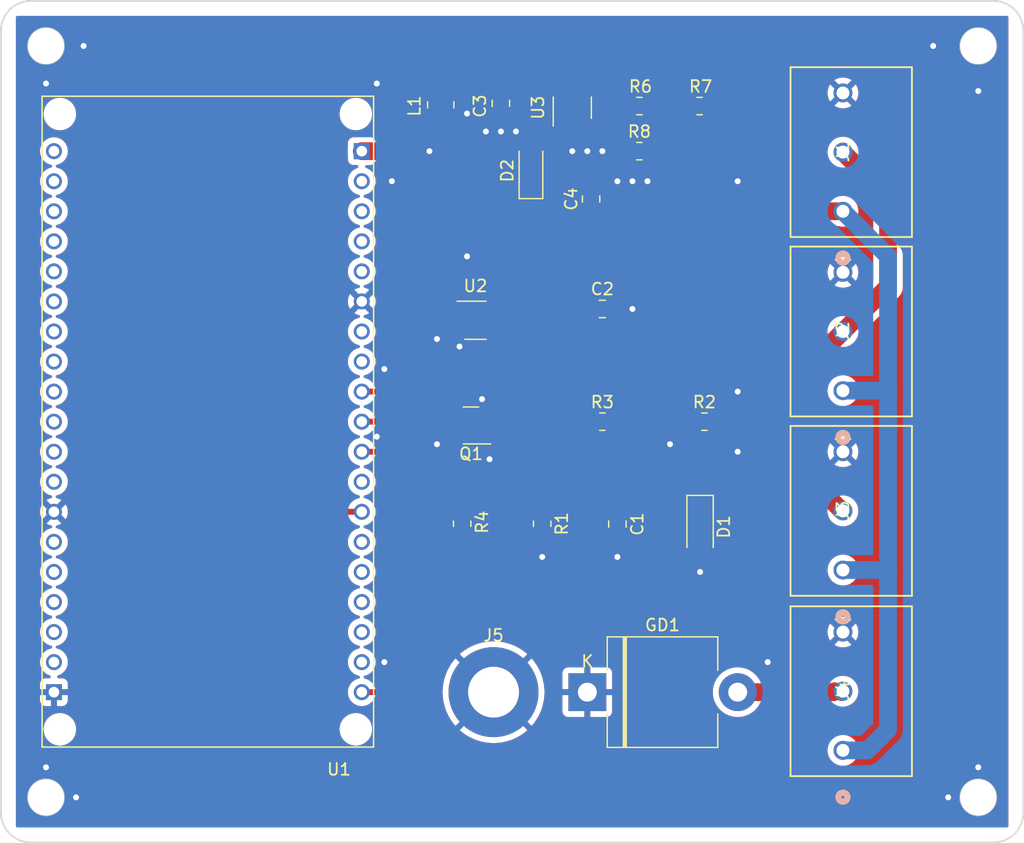
<source format=kicad_pcb>
(kicad_pcb (version 20221018) (generator pcbnew)
  (layers (0 "F.Cu" signal) (31 "B.Cu" signal) (34 "B.Paste" user) (35 "F.Paste" user) (36 "B.SilkS" user "B.Silkscreen") (37 "F.SilkS" user "F.Silkscreen") (38 "B.Mask" user) (39 "F.Mask" user) (44 "Edge.Cuts" user))
  (net 0 "")
  (net 1 "Net-(D1-K)")
  (net 2 "+5V")
  (net 3 "+12V")
  (net 4 "Net-(Q1-G)")
  (net 5 "RXD")
  (net 6 "+3V3")
  (net 7 "Sender Enabled")
  (net 8 "TXD")
  (net 33 "GND")
  (net 39 "Net-(D2-A)")
  (net 40 "SDI12_Bus")
  (net 41 "Net-(R6-Pad1)")
  (net 42 "Net-(U3-V_{FB})")
  (net 43 "VCC Enable")
  (footprint "Resistor_SMD:R_0805_2012Metric_Pad1.20x1.40mm_HandSolder" (layer "F.Cu") (at 93.98 76.2)
    (fp_text reference "R3" (at 0 -1.65) (layer "F.SilkS"))
    (fp_text value "510R")
    (fp_line (start -0.227064 -0.735) (end 0.227064 -0.735) (stroke (width 0.12)) (layer "F.SilkS"))
    (fp_line (start -0.227064 0.735) (end 0.227064 0.735) (stroke (width 0.12)) (layer "F.SilkS"))
    (pad "1" smd roundrect (at -1 0) (size 1.2 1.4) (layers "F.Cu" "F.Paste" "F.Mask") (roundrect_rratio 0.208333) (net 4 "Net-(Q1-G)"))
    (pad "2" smd roundrect (at 1 0) (size 1.2 1.4) (layers "F.Cu" "F.Paste" "F.Mask") (roundrect_rratio 0.208333) (net 1 "Net-(D1-K)"))
  )
  (footprint "Resistor_SMD:R_0805_2012Metric_Pad1.20x1.40mm_HandSolder" (layer "F.Cu") (at 97.11 49.53 180)
    (fp_text reference "R6" (at -0.09 1.65 180) (layer "F.SilkS"))
    (fp_text value "1M±1%")
    (fp_line (start -0.227064 -0.735) (end 0.227064 -0.735) (stroke (width 0.12)) (layer "F.SilkS"))
    (fp_line (start -0.227064 0.735) (end 0.227064 0.735) (stroke (width 0.12)) (layer "F.SilkS"))
    (pad "1" smd roundrect (at -1 0 180) (size 1.2 1.4) (layers "F.Cu" "F.Paste" "F.Mask") (roundrect_rratio 0.208333) (net 41 "Net-(R6-Pad1)"))
    (pad "2" smd roundrect (at 1 0 180) (size 1.2 1.4) (layers "F.Cu" "F.Paste" "F.Mask") (roundrect_rratio 0.208333) (net 42 "Net-(U3-V_{FB})"))
  )
  (footprint "Diode_THT:D_P600_R-6_P12.70mm_Horizontal" (layer "F.Cu") (at 92.71 99.06)
    (fp_text reference "GD1" (at 6.35 -5.67) (layer "F.SilkS"))
    (fp_text value "GDT_2Pin")
    (fp_text user "K" (at 0 -2.6) (layer "F.SilkS"))
    (fp_line (start 1.68 -4.67) (end 11.02 -4.67) (stroke (width 0.12)) (layer "F.SilkS"))
    (fp_line (start 1.68 -1.84) (end 1.68 -4.67) (stroke (width 0.12)) (layer "F.SilkS"))
    (fp_line (start 1.68 1.84) (end 1.68 4.67) (stroke (width 0.12)) (layer "F.SilkS"))
    (fp_line (start 1.68 4.67) (end 11.02 4.67) (stroke (width 0.12)) (layer "F.SilkS"))
    (fp_line (start 3.045 -4.67) (end 3.045 4.67) (stroke (width 0.12)) (layer "F.SilkS"))
    (fp_line (start 3.165 -4.67) (end 3.165 4.67) (stroke (width 0.12)) (layer "F.SilkS"))
    (fp_line (start 3.285 -4.67) (end 3.285 4.67) (stroke (width 0.12)) (layer "F.SilkS"))
    (fp_line (start 11.02 -4.67) (end 11.02 -1.84) (stroke (width 0.12)) (layer "F.SilkS"))
    (fp_line (start 11.02 4.67) (end 11.02 1.84) (stroke (width 0.12)) (layer "F.SilkS"))
    (pad "1" thru_hole rect (at 0 0) (size 3.2 3.2) (drill 1.6) (layers "*.Cu" "*.Mask") (net 33 "GND"))
    (pad "2" thru_hole oval (at 12.7 0) (size 3.2 3.2) (drill 1.6) (layers "*.Cu" "*.Mask") (net 40 "SDI12_Bus"))
  )
  (footprint "Fraxinas-kicad:Phoenix Contact SPTA 1 3 3,5 1752227" (layer "F.Cu") (at 114.3 58.42 90)
    (fp_text reference "J1" (at 5 0 90 unlocked) (layer "F.SilkS"))
    (fp_text value "SDI-12 A")
    (fp_circle (center -3.955 0) (end -3.574 0) (stroke (width 0.508)) (fill none) (layer "B.SilkS"))
    (fp_line (start -2.177001 -4.426999) (end -2.177001 5.827001) (stroke (width 0.1524)) (layer "F.SilkS"))
    (fp_line (start -2.177001 5.827001) (end 12.177002 5.827001) (stroke (width 0.1524)) (layer "F.SilkS"))
    (fp_line (start 12.177002 -4.426999) (end -2.177001 -4.426999) (stroke (width 0.1524)) (layer "F.SilkS"))
    (fp_line (start 12.177002 5.827001) (end 12.177002 -4.426999) (stroke (width 0.1524)) (layer "F.SilkS"))
    (fp_circle (center -3.955 0) (end -3.574 0) (stroke (width 0.508)) (fill none) (layer "F.SilkS"))
    (pad "1" thru_hole circle (at 0 0 90) (size 1.6002 1.6002) (drill 1.0922) (layers "*.Cu" "*.Mask") (net 3 "+12V"))
    (pad "2" thru_hole circle (at 5 0 90) (size 1.6002 1.6002) (drill 1.0922) (layers "*.Cu" "*.Mask") (net 40 "SDI12_Bus"))
    (pad "3" thru_hole circle (at 10 0 90) (size 1.6002 1.6002) (drill 1.0922) (layers "*.Cu" "*.Mask") (net 33 "GND"))
  )
  (footprint "Resistor_SMD:R_0805_2012Metric_Pad1.20x1.40mm_HandSolder" (layer "F.Cu") (at 88.9 84.8275 -90)
    (fp_text reference "R1" (at 0 -1.65 90) (layer "F.SilkS"))
    (fp_text value "200K")
    (fp_line (start -0.227064 -0.735) (end 0.227064 -0.735) (stroke (width 0.12)) (layer "F.SilkS"))
    (fp_line (start -0.227064 0.735) (end 0.227064 0.735) (stroke (width 0.12)) (layer "F.SilkS"))
    (pad "1" smd roundrect (at -1 0 270) (size 1.2 1.4) (layers "F.Cu" "F.Paste" "F.Mask") (roundrect_rratio 0.208333) (net 1 "Net-(D1-K)"))
    (pad "2" smd roundrect (at 1 0 270) (size 1.2 1.4) (layers "F.Cu" "F.Paste" "F.Mask") (roundrect_rratio 0.208333) (net 33 "GND"))
  )
  (footprint "Fraxinas-kicad:Phoenix Contact SPTA 1 3 3,5 1752227" (layer "F.Cu") (at 114.3 103.98 90)
    (fp_text reference "J4" (at 5 0 90 unlocked) (layer "F.SilkS"))
    (fp_text value "SDI-12 D")
    (fp_circle (center -3.955 0) (end -3.574 0) (stroke (width 0.508)) (fill none) (layer "B.SilkS"))
    (fp_line (start -2.177001 -4.426999) (end -2.177001 5.827001) (stroke (width 0.1524)) (layer "F.SilkS"))
    (fp_line (start -2.177001 5.827001) (end 12.177002 5.827001) (stroke (width 0.1524)) (layer "F.SilkS"))
    (fp_line (start 12.177002 -4.426999) (end -2.177001 -4.426999) (stroke (width 0.1524)) (layer "F.SilkS"))
    (fp_line (start 12.177002 5.827001) (end 12.177002 -4.426999) (stroke (width 0.1524)) (layer "F.SilkS"))
    (fp_circle (center -3.955 0) (end -3.574 0) (stroke (width 0.508)) (fill none) (layer "F.SilkS"))
    (pad "1" thru_hole circle (at 0 0 90) (size 1.6002 1.6002) (drill 1.0922) (layers "*.Cu" "*.Mask") (net 3 "+12V"))
    (pad "2" thru_hole circle (at 5 0 90) (size 1.6002 1.6002) (drill 1.0922) (layers "*.Cu" "*.Mask") (net 40 "SDI12_Bus"))
    (pad "3" thru_hole circle (at 10 0 90) (size 1.6002 1.6002) (drill 1.0922) (layers "*.Cu" "*.Mask") (net 33 "GND"))
  )
  (footprint "Resistor_SMD:R_0805_2012Metric_Pad1.20x1.40mm_HandSolder" (layer "F.Cu") (at 102.6 76.2)
    (fp_text reference "R2" (at 0 -1.65) (layer "F.SilkS"))
    (fp_text value "510R")
    (fp_line (start -0.227064 -0.735) (end 0.227064 -0.735) (stroke (width 0.12)) (layer "F.SilkS"))
    (fp_line (start -0.227064 0.735) (end 0.227064 0.735) (stroke (width 0.12)) (layer "F.SilkS"))
    (pad "1" smd roundrect (at -1 0) (size 1.2 1.4) (layers "F.Cu" "F.Paste" "F.Mask") (roundrect_rratio 0.208333) (net 1 "Net-(D1-K)"))
    (pad "2" smd roundrect (at 1 0) (size 1.2 1.4) (layers "F.Cu" "F.Paste" "F.Mask") (roundrect_rratio 0.208333) (net 40 "SDI12_Bus"))
  )
  (footprint "Capacitor_SMD:C_0805_2012Metric_Pad1.18x1.45mm_HandSolder" (layer "F.Cu") (at 93.98 66.675)
    (fp_text reference "C2" (at 0 -1.68) (layer "F.SilkS"))
    (fp_text value "100nF")
    (fp_line (start -0.261252 -0.735) (end 0.261252 -0.735) (stroke (width 0.12)) (layer "F.SilkS"))
    (fp_line (start -0.261252 0.735) (end 0.261252 0.735) (stroke (width 0.12)) (layer "F.SilkS"))
    (pad "1" smd roundrect (at -1.0375 0) (size 1.175 1.45) (layers "F.Cu" "F.Paste" "F.Mask") (roundrect_rratio 0.212766) (net 2 "+5V"))
    (pad "2" smd roundrect (at 1.0375 0) (size 1.175 1.45) (layers "F.Cu" "F.Paste" "F.Mask") (roundrect_rratio 0.212766) (net 33 "GND"))
  )
  (footprint "Capacitor_SMD:C_0805_2012Metric_Pad1.18x1.45mm_HandSolder" (layer "F.Cu") (at 85.41 49.2975 -90)
    (fp_text reference "C3" (at 0.2325 1.775 -90) (layer "F.SilkS"))
    (fp_text value "10µF")
    (fp_line (start -0.261252 -0.735) (end 0.261252 -0.735) (stroke (width 0.12)) (layer "F.SilkS"))
    (fp_line (start -0.261252 0.735) (end 0.261252 0.735) (stroke (width 0.12)) (layer "F.SilkS"))
    (pad "1" smd roundrect (at -1.0375 0 270) (size 1.175 1.45) (layers "F.Cu" "F.Paste" "F.Mask") (roundrect_rratio 0.212766) (net 2 "+5V"))
    (pad "2" smd roundrect (at 1.0375 0 270) (size 1.175 1.45) (layers "F.Cu" "F.Paste" "F.Mask") (roundrect_rratio 0.212766) (net 33 "GND"))
  )
  (footprint "MountingHole:MountingHole_4.3mm_M4_ISO7380_Pad_TopBottom" (layer "F.Cu") (at 84.79 99.06)
    (fp_text reference "J5" (at 0 -4.8) (layer "F.SilkS"))
    (fp_text value "Grounding")
    (pad "1" thru_hole circle (at 0 0) (size 4.7 4.7) (drill 4.3) (layers "*.Cu" "*.Mask") (net 33 "GND"))
    (pad "1" connect circle (at 0 0) (size 7.6 7.6) (layers "F.Cu" "F.Mask") (net 33 "GND"))
    (pad "1" connect circle (at 0 0) (size 7.6 7.6) (layers "B.Cu" "B.Mask") (net 33 "GND"))
  )
  (footprint "Resistor_SMD:R_0805_2012Metric_Pad1.20x1.40mm_HandSolder" (layer "F.Cu") (at 97.11 53.34)
    (fp_text reference "R8" (at 0 -1.65) (layer "F.SilkS"))
    (fp_text value "120k±1%")
    (fp_line (start -0.227064 -0.735) (end 0.227064 -0.735) (stroke (width 0.12)) (layer "F.SilkS"))
    (fp_line (start -0.227064 0.735) (end 0.227064 0.735) (stroke (width 0.12)) (layer "F.SilkS"))
    (pad "1" smd roundrect (at -1 0) (size 1.2 1.4) (layers "F.Cu" "F.Paste" "F.Mask") (roundrect_rratio 0.208333) (net 42 "Net-(U3-V_{FB})"))
    (pad "2" smd roundrect (at 1 0) (size 1.2 1.4) (layers "F.Cu" "F.Paste" "F.Mask") (roundrect_rratio 0.208333) (net 33 "GND"))
  )
  (footprint "Resistor_SMD:R_0805_2012Metric_Pad1.20x1.40mm_HandSolder" (layer "F.Cu") (at 102.19 49.53 180)
    (fp_text reference "R7" (at -0.09 1.65 180) (layer "F.SilkS"))
    (fp_text value "56k±1%")
    (fp_line (start -0.227064 -0.735) (end 0.227064 -0.735) (stroke (width 0.12)) (layer "F.SilkS"))
    (fp_line (start -0.227064 0.735) (end 0.227064 0.735) (stroke (width 0.12)) (layer "F.SilkS"))
    (pad "1" smd roundrect (at -1 0 180) (size 1.2 1.4) (layers "F.Cu" "F.Paste" "F.Mask") (roundrect_rratio 0.208333) (net 3 "+12V"))
    (pad "2" smd roundrect (at 1 0 180) (size 1.2 1.4) (layers "F.Cu" "F.Paste" "F.Mask") (roundrect_rratio 0.208333) (net 41 "Net-(R6-Pad1)"))
  )
  (footprint "Fraxinas-kicad:Phoenix Contact SPTA 1 3 3,5 1752227" (layer "F.Cu") (at 114.3 88.74 90)
    (fp_text reference "J3" (at 5 0 90 unlocked) (layer "F.SilkS"))
    (fp_text value "SDI-12 C")
    (fp_circle (center -3.955 0) (end -3.574 0) (stroke (width 0.508)) (fill none) (layer "B.SilkS"))
    (fp_line (start -2.177001 -4.426999) (end -2.177001 5.827001) (stroke (width 0.1524)) (layer "F.SilkS"))
    (fp_line (start -2.177001 5.827001) (end 12.177002 5.827001) (stroke (width 0.1524)) (layer "F.SilkS"))
    (fp_line (start 12.177002 -4.426999) (end -2.177001 -4.426999) (stroke (width 0.1524)) (layer "F.SilkS"))
    (fp_line (start 12.177002 5.827001) (end 12.177002 -4.426999) (stroke (width 0.1524)) (layer "F.SilkS"))
    (fp_circle (center -3.955 0) (end -3.574 0) (stroke (width 0.508)) (fill none) (layer "F.SilkS"))
    (pad "1" thru_hole circle (at 0 0 90) (size 1.6002 1.6002) (drill 1.0922) (layers "*.Cu" "*.Mask") (net 3 "+12V"))
    (pad "2" thru_hole circle (at 5 0 90) (size 1.6002 1.6002) (drill 1.0922) (layers "*.Cu" "*.Mask") (net 40 "SDI12_Bus"))
    (pad "3" thru_hole circle (at 10 0 90) (size 1.6002 1.6002) (drill 1.0922) (layers "*.Cu" "*.Mask") (net 33 "GND"))
  )
  (footprint "Package_TO_SOT_SMD:SOT-23-5_HandSoldering" (layer "F.Cu") (at 83.2625 67.63)
    (fp_text reference "U2" (at 0 -2.9) (layer "F.SilkS"))
    (fp_text value "74LVC1G125")
    (fp_line (start -0.9 1.61) (end 0.9 1.61) (stroke (width 0.12)) (layer "F.SilkS"))
    (fp_line (start 0.9 -1.61) (end -1.55 -1.61) (stroke (width 0.12)) (layer "F.SilkS"))
    (pad "1" smd rect (at -1.35 -0.95) (size 1.56 0.65) (layers "F.Cu" "F.Paste" "F.Mask") (net 7 "Sender Enabled"))
    (pad "2" smd rect (at -1.35 0) (size 1.56 0.65) (layers "F.Cu" "F.Paste" "F.Mask") (net 8 "TXD"))
    (pad "3" smd rect (at -1.35 0.95) (size 1.56 0.65) (layers "F.Cu" "F.Paste" "F.Mask") (net 33 "GND"))
    (pad "4" smd rect (at 1.35 0.95) (size 1.56 0.65) (layers "F.Cu" "F.Paste" "F.Mask") (net 4 "Net-(Q1-G)"))
    (pad "5" smd rect (at 1.35 -0.95) (size 1.56 0.65) (layers "F.Cu" "F.Paste" "F.Mask") (net 2 "+5V"))
  )
  (footprint "Capacitor_SMD:C_0805_2012Metric_Pad1.18x1.45mm_HandSolder" (layer "F.Cu") (at 93.03 57.3825 90)
    (fp_text reference "C4" (at 0 -1.68 90) (layer "F.SilkS"))
    (fp_text value "10µF")
    (fp_line (start -0.261252 -0.735) (end 0.261252 -0.735) (stroke (width 0.12)) (layer "F.SilkS"))
    (fp_line (start -0.261252 0.735) (end 0.261252 0.735) (stroke (width 0.12)) (layer "F.SilkS"))
    (pad "1" smd roundrect (at -1.0375 0 90) (size 1.175 1.45) (layers "F.Cu" "F.Paste" "F.Mask") (roundrect_rratio 0.212766) (net 3 "+12V"))
    (pad "2" smd roundrect (at 1.0375 0 90) (size 1.175 1.45) (layers "F.Cu" "F.Paste" "F.Mask") (roundrect_rratio 0.212766) (net 33 "GND"))
  )
  (footprint "Package_TO_SOT_SMD:SOT-23" (layer "F.Cu") (at 82.8825 76.52 180)
    (fp_text reference "Q1" (at 0 -2.4) (layer "F.SilkS"))
    (fp_text value "2N7002")
    (fp_line (start 0 -1.56) (end -1.675 -1.56) (stroke (width 0.12)) (layer "F.SilkS"))
    (fp_line (start 0 -1.56) (end 0.65 -1.56) (stroke (width 0.12)) (layer "F.SilkS"))
    (fp_line (start 0 1.56) (end -0.65 1.56) (stroke (width 0.12)) (layer "F.SilkS"))
    (fp_line (start 0 1.56) (end 0.65 1.56) (stroke (width 0.12)) (layer "F.SilkS"))
    (pad "1" smd roundrect (at -0.9375 -0.95 180) (size 1.475 0.6) (layers "F.Cu" "F.Paste" "F.Mask") (net 4 "Net-(Q1-G)"))
    (pad "2" smd roundrect (at -0.9375 0.95 180) (size 1.475 0.6) (layers "F.Cu" "F.Paste" "F.Mask") (net 33 "GND"))
    (pad "3" smd roundrect (at 0.9375 0 180) (size 1.475 0.6) (layers "F.Cu" "F.Paste" "F.Mask") (net 5 "RXD"))
  )
  (footprint "Inductor_SMD:L_1008_2520Metric_Pad1.43x2.20mm_HandSolder" (layer "F.Cu") (at 80.33 49.4225 -90)
    (fp_text reference "L1" (at 0.1075 2.225 -90) (layer "F.SilkS"))
    (fp_text value "4.7µH")
    (fp_line (start -0.261252 -1.11) (end 0.261252 -1.11) (stroke (width 0.12)) (layer "F.SilkS"))
    (fp_line (start -0.261252 1.11) (end 0.261252 1.11) (stroke (width 0.12)) (layer "F.SilkS"))
    (pad "1" smd roundrect (at -1.1625 0 270) (size 1.425 2.2) (layers "F.Cu" "F.Paste" "F.Mask") (roundrect_rratio 0.175439) (net 2 "+5V"))
    (pad "2" smd roundrect (at 1.1625 0 270) (size 1.425 2.2) (layers "F.Cu" "F.Paste" "F.Mask") (roundrect_rratio 0.175439) (net 39 "Net-(D2-A)"))
  )
  (footprint "Capacitor_SMD:C_0805_2012Metric_Pad1.18x1.45mm_HandSolder" (layer "F.Cu") (at 95.25 84.8575 -90)
    (fp_text reference "C1" (at 0 -1.68 90) (layer "F.SilkS"))
    (fp_text value "3.3nF")
    (fp_line (start -0.261252 -0.735) (end 0.261252 -0.735) (stroke (width 0.12)) (layer "F.SilkS"))
    (fp_line (start -0.261252 0.735) (end 0.261252 0.735) (stroke (width 0.12)) (layer "F.SilkS"))
    (pad "1" smd roundrect (at -1.0375 0 270) (size 1.175 1.45) (layers "F.Cu" "F.Paste" "F.Mask") (roundrect_rratio 0.212766) (net 1 "Net-(D1-K)"))
    (pad "2" smd roundrect (at 1.0375 0 270) (size 1.175 1.45) (layers "F.Cu" "F.Paste" "F.Mask") (roundrect_rratio 0.212766) (net 33 "GND"))
  )
  (footprint "Fraxinas-kicad:Phoenix Contact SPTA 1 3 3,5 1752227" (layer "F.Cu") (at 114.3 73.58 90)
    (fp_text reference "J2" (at 5 0 90 unlocked) (layer "F.SilkS"))
    (fp_text value "SDI-12 B")
    (fp_circle (center -3.955 0) (end -3.574 0) (stroke (width 0.508)) (fill none) (layer "B.SilkS"))
    (fp_line (start -2.177001 -4.426999) (end -2.177001 5.827001) (stroke (width 0.1524)) (layer "F.SilkS"))
    (fp_line (start -2.177001 5.827001) (end 12.177002 5.827001) (stroke (width 0.1524)) (layer "F.SilkS"))
    (fp_line (start 12.177002 -4.426999) (end -2.177001 -4.426999) (stroke (width 0.1524)) (layer "F.SilkS"))
    (fp_line (start 12.177002 5.827001) (end 12.177002 -4.426999) (stroke (width 0.1524)) (layer "F.SilkS"))
    (fp_circle (center -3.955 0) (end -3.574 0) (stroke (width 0.508)) (fill none) (layer "F.SilkS"))
    (pad "1" thru_hole circle (at 0 0 90) (size 1.6002 1.6002) (drill 1.0922) (layers "*.Cu" "*.Mask") (net 3 "+12V"))
    (pad "2" thru_hole circle (at 5 0 90) (size 1.6002 1.6002) (drill 1.0922) (layers "*.Cu" "*.Mask") (net 40 "SDI12_Bus"))
    (pad "3" thru_hole circle (at 10 0 90) (size 1.6002 1.6002) (drill 1.0922) (layers "*.Cu" "*.Mask") (net 33 "GND"))
  )
  (footprint "Resistor_SMD:R_0805_2012Metric_Pad1.20x1.40mm_HandSolder" (layer "F.Cu") (at 82.140001 84.8275 90)
    (fp_text reference "R4" (at 0.137499 1.679999 270) (layer "F.SilkS"))
    (fp_text value "4K7")
    (fp_line (start -0.227064 -0.735) (end 0.227064 -0.735) (stroke (width 0.12)) (layer "F.SilkS"))
    (fp_line (start -0.227064 0.735) (end 0.227064 0.735) (stroke (width 0.12)) (layer "F.SilkS"))
    (pad "1" smd roundrect (at -1 0 90) (size 1.2 1.4) (layers "F.Cu" "F.Paste" "F.Mask") (roundrect_rratio 0.208333) (net 6 "+3V3"))
    (pad "2" smd roundrect (at 1 0 90) (size 1.2 1.4) (layers "F.Cu" "F.Paste" "F.Mask") (roundrect_rratio 0.208333) (net 5 "RXD"))
  )
  (footprint "Diode_SMD:D_SOD-123" (layer "F.Cu") (at 87.95 54.99 90)
    (fp_text reference "D2" (at 0 -2 90) (layer "F.SilkS"))
    (fp_text value "MBR0540")
    (fp_line (start -2.36 -1) (end -2.36 1) (stroke (width 0.12)) (layer "F.SilkS"))
    (fp_line (start -2.36 -1) (end 1.65 -1) (stroke (width 0.12)) (layer "F.SilkS"))
    (fp_line (start -2.36 1) (end 1.65 1) (stroke (width 0.12)) (layer "F.SilkS"))
    (pad "1" smd roundrect (at -1.65 0 90) (size 0.9 1.2) (layers "F.Cu" "F.Paste" "F.Mask") (net 3 "+12V"))
    (pad "2" smd roundrect (at 1.65 0 90) (size 0.9 1.2) (layers "F.Cu" "F.Paste" "F.Mask") (net 39 "Net-(D2-A)"))
  )
  (footprint "Diode_SMD:D_MiniMELF" (layer "F.Cu") (at 102.235 85.09 -90)
    (fp_text reference "D1" (at 0 -2 90) (layer "F.SilkS"))
    (fp_text value "TZMC5V6-GS08")
    (fp_line (start -2.66 -1.11) (end -2.66 1.11) (stroke (width 0.12)) (layer "F.SilkS"))
    (fp_line (start -2.66 1.11) (end 1.75 1.11) (stroke (width 0.12)) (layer "F.SilkS"))
    (fp_line (start 1.75 -1.11) (end -2.66 -1.11) (stroke (width 0.12)) (layer "F.SilkS"))
    (pad "1" smd roundrect (at -1.75 0 270) (size 1.3 1.7) (layers "F.Cu" "F.Paste" "F.Mask") (roundrect_rratio 0.1923076923) (net 1 "Net-(D1-K)"))
    (pad "2" smd roundrect (at 1.75 0 270) (size 1.3 1.7) (layers "F.Cu" "F.Paste" "F.Mask") (roundrect_rratio 0.1923076923) (net 33 "GND"))
  )
  (footprint "Fraxinas-kicad:MODULE_ESP32_NODEMCU" (layer "F.Cu") (at 60.66 76.2 180)
    (fp_text reference "U1" (at -11.075 -29.385) (layer "F.SilkS"))
    (fp_text value "ESP32_NODEMCU")
    (fp_line (start -14 -27.5) (end -14 27.5) (stroke (width 0.127)) (layer "F.SilkS"))
    (fp_line (start -14 -27.5) (end 14 -27.5) (stroke (width 0.127)) (layer "F.SilkS"))
    (fp_line (start -14 27.5) (end 14 27.5) (stroke (width 0.127)) (layer "F.SilkS"))
    (fp_line (start 14 -27.5) (end 14 27.5) (stroke (width 0.127)) (layer "F.SilkS"))
    (pad "" np_thru_hole circle (at -12.5 -26 180) (size 2.25 2.25) (drill 2.25) (layers "*.Cu" "*.Mask"))
    (pad "" np_thru_hole circle (at -12.5 26 180) (size 2.25 2.25) (drill 2.25) (layers "*.Cu" "*.Mask"))
    (pad "" np_thru_hole circle (at 12.5 -26 180) (size 2.25 2.25) (drill 2.25) (layers "*.Cu" "*.Mask"))
    (pad "" np_thru_hole circle (at 12.5 26 180) (size 2.25 2.25) (drill 2.25) (layers "*.Cu" "*.Mask"))
    (pad "J4_1" thru_hole rect (at 13 -22.86 180) (size 1.35 1.35) (drill 0.9) (layers "*.Cu" "*.Mask") (net 33 "GND"))
    (pad "J4_2" thru_hole circle (at 13 -20.32 180) (size 1.35 1.35) (drill 0.9) (layers "*.Cu" "*.Mask"))
    (pad "J4_3" thru_hole circle (at 13 -17.78 180) (size 1.35 1.35) (drill 0.9) (layers "*.Cu" "*.Mask"))
    (pad "J4_4" thru_hole circle (at 13 -15.24 180) (size 1.35 1.35) (drill 0.9) (layers "*.Cu" "*.Mask"))
    (pad "J4_5" thru_hole circle (at 13 -12.7 180) (size 1.35 1.35) (drill 0.9) (layers "*.Cu" "*.Mask"))
    (pad "J4_6" thru_hole circle (at 13 -10.16 180) (size 1.35 1.35) (drill 0.9) (layers "*.Cu" "*.Mask"))
    (pad "J4_7" thru_hole circle (at 13 -7.62 180) (size 1.35 1.35) (drill 0.9) (layers "*.Cu" "*.Mask") (net 33 "GND"))
    (pad "J4_8" thru_hole circle (at 13 -5.08 180) (size 1.35 1.35) (drill 0.9) (layers "*.Cu" "*.Mask"))
    (pad "J4_9" thru_hole circle (at 13 -2.54 180) (size 1.35 1.35) (drill 0.9) (layers "*.Cu" "*.Mask"))
    (pad "J4_10" thru_hole circle (at 13 0 180) (size 1.35 1.35) (drill 0.9) (layers "*.Cu" "*.Mask"))
    (pad "J4_11" thru_hole circle (at 13 2.54 180) (size 1.35 1.35) (drill 0.9) (layers "*.Cu" "*.Mask"))
    (pad "J4_12" thru_hole circle (at 13 5.08 180) (size 1.35 1.35) (drill 0.9) (layers "*.Cu" "*.Mask"))
    (pad "J4_13" thru_hole circle (at 13 7.62 180) (size 1.35 1.35) (drill 0.9) (layers "*.Cu" "*.Mask"))
    (pad "J4_14" thru_hole circle (at 13 10.16 180) (size 1.35 1.35) (drill 0.9) (layers "*.Cu" "*.Mask"))
    (pad "J4_15" thru_hole circle (at 13 12.7 180) (size 1.35 1.35) (drill 0.9) (layers "*.Cu" "*.Mask"))
    (pad "J4_16" thru_hole circle (at 13 15.24 180) (size 1.35 1.35) (drill 0.9) (layers "*.Cu" "*.Mask"))
    (pad "J4_17" thru_hole circle (at 13 17.78 180) (size 1.35 1.35) (drill 0.9) (layers "*.Cu" "*.Mask"))
    (pad "J4_18" thru_hole circle (at 13 20.32 180) (size 1.35 1.35) (drill 0.9) (layers "*.Cu" "*.Mask"))
    (pad "J4_19" thru_hole circle (at 13 22.86 180) (size 1.35 1.35) (drill 0.9) (layers "*.Cu" "*.Mask"))
    (pad "J5_1" thru_hole rect (at -13 22.86 180) (size 1.35 1.35) (drill 0.9) (layers "*.Cu" "*.Mask") (net 2 "+5V"))
    (pad "J5_2" thru_hole circle (at -13 20.32 180) (size 1.35 1.35) (drill 0.9) (layers "*.Cu" "*.Mask"))
    (pad "J5_3" thru_hole circle (at -13 17.78 180) (size 1.35 1.35) (drill 0.9) (layers "*.Cu" "*.Mask"))
    (pad "J5_4" thru_hole circle (at -13 15.24 180) (size 1.35 1.35) (drill 0.9) (layers "*.Cu" "*.Mask"))
    (pad "J5_5" thru_hole circle (at -13 12.7 180) (size 1.35 1.35) (drill 0.9) (layers "*.Cu" "*.Mask"))
    (pad "J5_6" thru_hole circle (at -13 10.16 180) (size 1.35 1.35) (drill 0.9) (layers "*.Cu" "*.Mask") (net 33 "GND"))
    (pad "J5_7" thru_hole circle (at -13 7.62 180) (size 1.35 1.35) (drill 0.9) (layers "*.Cu" "*.Mask"))
    (pad "J5_8" thru_hole circle (at -13 5.08 180) (size 1.35 1.35) (drill 0.9) (layers "*.Cu" "*.Mask"))
    (pad "J5_9" thru_hole circle (at -13 2.54 180) (size 1.35 1.35) (drill 0.9) (layers "*.Cu" "*.Mask") (net 7 "Sender Enabled"))
    (pad "J5_10" thru_hole circle (at -13 0 180) (size 1.35 1.35) (drill 0.9) (layers "*.Cu" "*.Mask") (net 8 "TXD"))
    (pad "J5_11" thru_hole circle (at -13 -2.54 180) (size 1.35 1.35) (drill 0.9) (layers "*.Cu" "*.Mask") (net 5 "RXD"))
    (pad "J5_12" thru_hole circle (at -13 -5.08 180) (size 1.35 1.35) (drill 0.9) (layers "*.Cu" "*.Mask"))
    (pad "J5_13" thru_hole circle (at -13 -7.62 180) (size 1.35 1.35) (drill 0.9) (layers "*.Cu" "*.Mask") (net 43 "VCC Enable"))
    (pad "J5_14" thru_hole circle (at -13 -10.16 180) (size 1.35 1.35) (drill 0.9) (layers "*.Cu" "*.Mask"))
    (pad "J5_15" thru_hole circle (at -13 -12.7 180) (size 1.35 1.35) (drill 0.9) (layers "*.Cu" "*.Mask"))
    (pad "J5_16" thru_hole circle (at -13 -15.24 180) (size 1.35 1.35) (drill 0.9) (layers "*.Cu" "*.Mask"))
    (pad "J5_17" thru_hole circle (at -13 -17.78 180) (size 1.35 1.35) (drill 0.9) (layers "*.Cu" "*.Mask"))
    (pad "J5_18" thru_hole circle (at -13 -20.32 180) (size 1.35 1.35) (drill 0.9) (layers "*.Cu" "*.Mask"))
    (pad "J5_19" thru_hole circle (at -13 -22.86 180) (size 1.35 1.35) (drill 0.9) (layers "*.Cu" "*.Mask") (net 6 "+3V3"))
  )
  (footprint "Package_TO_SOT_SMD:SOT-23-5_HandSoldering" (layer "F.Cu") (at 91.44 49.6625 90)
    (fp_text reference "U3" (at 0 -2.9 90) (layer "F.SilkS"))
    (fp_text value "MCP1661")
    (fp_line (start -0.9 1.61) (end 0.9 1.61) (stroke (width 0.12)) (layer "F.SilkS"))
    (fp_line (start 0.9 -1.61) (end -1.55 -1.61) (stroke (width 0.12)) (layer "F.SilkS"))
    (pad "1" smd rect (at -1.35 -0.95 90) (size 1.56 0.65) (layers "F.Cu" "F.Paste" "F.Mask") (net 39 "Net-(D2-A)"))
    (pad "2" smd rect (at -1.35 0 90) (size 1.56 0.65) (layers "F.Cu" "F.Paste" "F.Mask") (net 33 "GND"))
    (pad "3" smd rect (at -1.35 0.95 90) (size 1.56 0.65) (layers "F.Cu" "F.Paste" "F.Mask") (net 42 "Net-(U3-V_{FB})"))
    (pad "4" smd rect (at 1.35 0.95 90) (size 1.56 0.65) (layers "F.Cu" "F.Paste" "F.Mask") (net 43 "VCC Enable"))
    (pad "5" smd rect (at 1.35 -0.95 90) (size 1.56 0.65) (layers "F.Cu" "F.Paste" "F.Mask") (net 2 "+5V"))
  )
  (gr_arc (start 45.72 111.76) (mid 43.923949 111.016051) (end 43.18 109.22) (stroke (width 0.15)) (layer "Edge.Cuts"))
  (gr_circle (center 46.99 44.45) (end 48.54 44.45) (stroke (width 0.05)) (fill none) (layer "Edge.Cuts"))
  (gr_arc (start 129.54 109.22) (mid 128.796051 111.016051) (end 127 111.76) (stroke (width 0.15)) (layer "Edge.Cuts"))
  (gr_circle (center 46.99 107.95) (end 48.54 107.95) (stroke (width 0.05)) (fill none) (layer "Edge.Cuts"))
  (gr_arc (start 127 40.64) (mid 128.796051 41.383949) (end 129.54 43.18) (stroke (width 0.15)) (layer "Edge.Cuts"))
  (gr_circle (center 125.73 107.95) (end 127.28 107.95) (stroke (width 0.05)) (fill none) (layer "Edge.Cuts"))
  (gr_arc (start 43.18 43.18) (mid 43.923949 41.383949) (end 45.72 40.64) (stroke (width 0.15)) (layer "Edge.Cuts"))
  (gr_line (start 127 111.76) (end 45.72 111.76) (stroke (width 0.15)) (layer "Edge.Cuts"))
  (gr_circle (center 125.73 44.45) (end 127.28 44.45) (stroke (width 0.05)) (fill none) (layer "Edge.Cuts"))
  (gr_line (start 129.54 43.18) (end 129.54 109.22) (stroke (width 0.15)) (layer "Edge.Cuts"))
  (gr_line (start 43.18 109.22) (end 43.18 43.18) (stroke (width 0.15)) (layer "Edge.Cuts"))
  (gr_line (start 45.72 40.64) (end 127 40.64) (stroke (width 0.15)) (layer "Edge.Cuts"))
  (segment (start 101.6 83.185) (end 101.6 76.2) (width 1) (layer "F.Cu") (net 1))
  (segment (start 88.753334 83.8275) (end 95.389167 83.8275) (width 1) (layer "F.Cu") (net 1))
  (segment (start 95.396667 83.82) (end 101.755 83.82) (width 1) (layer "F.Cu") (net 1))
  (segment (start 95.389167 83.8275) (end 95.396667 83.82) (width 1) (layer "F.Cu") (net 1))
  (segment (start 94.98 76.2) (end 101.6 76.2) (width 0.25) (layer "F.Cu") (net 1))
  (segment (start 101.755 83.34) (end 101.6 83.185) (width 1) (layer "F.Cu") (net 1))
  (segment (start 102.235 83.34) (end 101.755 83.34) (width 1) (layer "F.Cu") (net 1))
  (segment (start 101.755 83.82) (end 102.235 83.34) (width 1) (layer "F.Cu") (net 1))
  (segment (start 92.9425 66.68) (end 92.9425 66.675) (width 0.5) (layer "F.Cu") (net 2))
  (segment (start 76.835 53.34) (end 77.47 52.705) (width 1.5) (layer "F.Cu") (net 2))
  (segment (start 84.6125 66.68) (end 92.9425 66.68) (width 0.5) (layer "F.Cu") (net 2))
  (segment (start 73.66 53.34) (end 76.835 53.34) (width 1.5) (layer "F.Cu") (net 2))
  (segment (start 78.475 48.525) (end 90.49 48.525) (width 1.5) (layer "F.Cu") (net 2))
  (segment (start 84.6125 66.68) (end 84.6125 61.1175) (width 0.5) (layer "F.Cu") (net 2))
  (segment (start 77.47 52.705) (end 77.47 49.53) (width 1.5) (layer "F.Cu") (net 2))
  (segment (start 77.47 49.53) (end 78.475 48.525) (width 1.5) (layer "F.Cu") (net 2))
  (segment (start 84.6125 61.1175) (end 76.835 53.34) (width 0.5) (layer "F.Cu") (net 2))
  (segment (start 89.73 58.42) (end 93.03 58.42) (width 1.5) (layer "F.Cu") (net 3))
  (segment (start 103.19 49.53) (end 103.19 57.47) (width 0.5) (layer "F.Cu") (net 3))
  (segment (start 104.14 58.42) (end 114.3 58.42) (width 1.5) (layer "F.Cu") (net 3))
  (segment (start 104.14 58.42) (end 93.03 58.42) (width 1.5) (layer "F.Cu") (net 3))
  (segment (start 103.19 57.47) (end 104.14 58.42) (width 0.5) (layer "F.Cu") (net 3))
  (segment (start 87.95 56.64) (end 89.73 58.42) (width 1.5) (layer "F.Cu") (net 3))
  (segment (start 118.11 88.74) (end 118.11 102.235) (width 1.5) (layer "B.Cu") (net 3))
  (segment (start 118.11 88.74) (end 114.3 88.74) (width 1.5) (layer "B.Cu") (net 3))
  (segment (start 118.11 73.58) (end 114.3 73.58) (width 1.5) (layer "B.Cu") (net 3))
  (segment (start 116.365 103.98) (end 114.3 103.98) (width 1.5) (layer "B.Cu") (net 3))
  (segment (start 118.11 73.58) (end 118.11 88.74) (width 1.5) (layer "B.Cu") (net 3))
  (segment (start 118.11 62.23) (end 118.11 73.58) (width 1.5) (layer "B.Cu") (net 3))
  (segment (start 118.11 102.235) (end 116.365 103.98) (width 1.5) (layer "B.Cu") (net 3))
  (segment (start 114.3 58.42) (end 118.11 62.23) (width 1.5) (layer "B.Cu") (net 3))
  (segment (start 86.36 76.2) (end 92.98 76.2) (width 0.25) (layer "F.Cu") (net 4))
  (segment (start 86.36 69.215) (end 86.36 76.2) (width 0.25) (layer "F.Cu") (net 4))
  (segment (start 86.36 76.2) (end 85.09 77.47) (width 0.25) (layer "F.Cu") (net 4))
  (segment (start 85.09 77.47) (end 83.82 77.47) (width 0.25) (layer "F.Cu") (net 4))
  (segment (start 84.6125 68.58) (end 85.725 68.58) (width 0.25) (layer "F.Cu") (net 4))
  (segment (start 85.725 68.58) (end 86.36 69.215) (width 0.25) (layer "F.Cu") (net 4))
  (segment (start 74.93 78.74) (end 73.66 78.74) (width 0.5) (layer "F.Cu") (net 5))
  (segment (start 82.140001 78.330001) (end 80.33 76.52) (width 0.5) (layer "F.Cu") (net 5))
  (segment (start 82.140001 83.8275) (end 82.140001 78.330001) (width 0.5) (layer "F.Cu") (net 5))
  (segment (start 81.945 76.52) (end 77.785 76.52) (width 0.5) (layer "F.Cu") (net 5))
  (segment (start 75.565 78.74) (end 74.93 78.74) (width 0.5) (layer "F.Cu") (net 5))
  (segment (start 77.785 76.52) (end 75.565 78.74) (width 0.5) (layer "F.Cu") (net 5))
  (segment (start 82.140001 85.8275) (end 82.140001 88.039999) (width 0.5) (layer "F.Cu") (net 6))
  (segment (start 76.835 93.345) (end 76.835 97.155) (width 0.5) (layer "F.Cu") (net 6))
  (segment (start 76.835 97.155) (end 74.93 99.06) (width 0.5) (layer "F.Cu") (net 6))
  (segment (start 74.93 99.06) (end 73.66 99.06) (width 0.5) (layer "F.Cu") (net 6))
  (segment (start 82.140001 88.039999) (end 76.835 93.345) (width 0.5) (layer "F.Cu") (net 6))
  (segment (start 73.66 73.66) (end 76.340025 73.66) (width 0.5) (layer "F.Cu") (net 7))
  (segment (start 73.7513 73.658591) (end 73.66 73.66) (width 0.5) (layer "F.Cu") (net 7))
  (segment (start 73.931653 73.630027) (end 73.7513 73.658591) (width 0.5) (layer "F.Cu") (net 7))
  (segment (start 77.47 68.58) (end 79.37 66.68) (width 0.5) (layer "F.Cu") (net 7))
  (segment (start 77.47 72.530025) (end 77.47 68.58) (width 0.5) (layer "F.Cu") (net 7))
  (segment (start 76.340025 73.66) (end 77.47 72.530025) (width 0.5) (layer "F.Cu") (net 7))
  (segment (start 79.37 66.68) (end 81.9125 66.68) (width 0.5) (layer "F.Cu") (net 7))
  (segment (start 74.789975 76.2) (end 73.66 76.2) (width 0.5) (layer "F.Cu") (net 8))
  (segment (start 78.17 68.86995) (end 78.17 72.819975) (width 0.5) (layer "F.Cu") (net 8))
  (segment (start 78.17 72.819975) (end 74.789975 76.2) (width 0.5) (layer "F.Cu") (net 8))
  (segment (start 81.9125 67.63) (end 79.40995 67.63) (width 0.5) (layer "F.Cu") (net 8))
  (segment (start 79.40995 67.63) (end 78.17 68.86995) (width 0.5) (layer "F.Cu") (net 8))
  (segment (start 91.44 53.34) (end 91.44 55.88) (width 0.5) (layer "F.Cu") (net 33))
  (segment (start 92.075 56.515) (end 97.155 56.515) (width 0.5) (layer "F.Cu") (net 33))
  (segment (start 91.44 55.88) (end 92.075 56.515) (width 0.5) (layer "F.Cu") (net 33))
  (segment (start 91.44 51.0125) (end 91.44 50.035) (width 0.5) (layer "F.Cu") (net 33))
  (segment (start 91.44 50.035) (end 91.1875 49.7825) (width 0.5) (layer "F.Cu") (net 33))
  (segment (start 91.44 51.0125) (end 91.44 53.34) (width 0.5) (layer "F.Cu") (net 33))
  (segment (start 98.11 55.56) (end 98.11 53.34) (width 0.5) (layer "F.Cu") (net 33))
  (segment (start 86.1075 49.7825) (end 85.725 50.165) (width 0.5) (layer "F.Cu") (net 33))
  (segment (start 97.155 56.515) (end 98.11 55.56) (width 0.5) (layer "F.Cu") (net 33))
  (segment (start 91.1875 49.7825) (end 86.1075 49.7825) (width 0.5) (layer "F.Cu") (net 33))
  (via (at 95.25 87.63) (size 0.6) (drill 0.5) (layers "F.Cu" "B.Cu") (net 33))
  (via (at 75.565 96.52) (size 0.6) (drill 0.5) (layers "F.Cu" "B.Cu") (net 33))
  (via (at 107.95 96.52) (size 0.6) (drill 0.5) (layers "F.Cu" "B.Cu") (net 33))
  (via (at 125.73 105.41) (size 0.6) (drill 0.5) (layers "F.Cu" "B.Cu") (net 33))
  (via (at 99.695 78.105) (size 0.6) (drill 0.5) (layers "F.Cu" "B.Cu") (net 33))
  (via (at 80.01 69.215) (size 0.6) (drill 0.5) (layers "F.Cu" "B.Cu") (net 33))
  (via (at 83.82 74.295) (size 0.6) (drill 0.5) (layers "F.Cu" "B.Cu") (net 33))
  (via (at 50.165 44.45) (size 0.6) (drill 0.5) (layers "F.Cu" "B.Cu") (net 33))
  (via (at 74.93 47.625) (size 0.6) (drill 0.5) (layers "F.Cu" "B.Cu") (net 33))
  (via (at 96.52 66.675) (size 0.6) (drill 0.5) (layers "F.Cu" "B.Cu") (net 33))
  (via (at 46.99 47.625) (size 0.6) (drill 0.5) (layers "F.Cu" "B.Cu") (net 33))
  (via (at 88.9 87.63) (size 0.6) (drill 0.5) (layers "F.Cu" "B.Cu") (net 33))
  (via (at 81.915 69.85) (size 0.6) (drill 0.5) (layers "F.Cu" "B.Cu") (net 33))
  (via (at 74.93 77.47) (size 0.6) (drill 0.5) (layers "F.Cu" "B.Cu") (net 33))
  (via (at 75.565 71.755) (size 0.6) (drill 0.5) (layers "F.Cu" "B.Cu") (net 33))
  (via (at 123.19 107.95) (size 0.6) (drill 0.5) (layers "F.Cu" "B.Cu") (net 33))
  (via (at 86.681661 51.678706) (size 0.6) (drill 0.5) (layers "F.Cu" "B.Cu") (net 33))
  (via (at 84.455 79.375) (size 0.6) (drill 0.5) (layers "F.Cu" "B.Cu") (net 33))
  (via (at 80.01 78.105) (size 0.6) (drill 0.5) (layers "F.Cu" "B.Cu") (net 33))
  (via (at 79.375 53.34) (size 0.6) (drill 0.5) (layers "F.Cu" "B.Cu") (net 33))
  (via (at 125.73 48.26) (size 0.6) (drill 0.5) (layers "F.Cu" "B.Cu") (net 33))
  (via (at 49.53 107.95) (size 0.6) (drill 0.5) (layers "F.Cu" "B.Cu") (net 33))
  (via (at 93.98 53.34) (size 0.6) (drill 0.5) (layers "F.Cu" "B.Cu") (net 33))
  (via (at 92.71 53.34) (size 0.6) (drill 0.5) (layers "F.Cu" "B.Cu") (net 33))
  (via (at 96.52 55.88) (size 0.6) (drill 0.5) (layers "F.Cu" "B.Cu") (net 33))
  (via (at 105.41 55.88) (size 0.6) (drill 0.5) (layers "F.Cu" "B.Cu") (net 33))
  (via (at 105.41 73.66) (size 0.6) (drill 0.5) (layers "F.Cu" "B.Cu") (net 33))
  (via (at 95.25 55.88) (size 0.6) (drill 0.5) (layers "F.Cu" "B.Cu") (net 33))
  (via (at 121.92 44.45) (size 0.6) (drill 0.5) (layers "F.Cu" "B.Cu") (net 33))
  (via (at 84.141661 51.678706) (size 0.6) (drill 0.5) (layers "F.Cu" "B.Cu") (net 33))
  (via (at 102.235 88.9) (size 0.6) (drill 0.5) (layers "F.Cu" "B.Cu") (net 33))
  (via (at 97.79 55.88) (size 0.6) (drill 0.5) (layers "F.Cu" "B.Cu") (net 33))
  (via (at 82.55 62.23) (size 0.6) (drill 0.5) (layers "F.Cu" "B.Cu") (net 33))
  (via (at 85.411661 51.678706) (size 0.6) (drill 0.5) (layers "F.Cu" "B.Cu") (net 33))
  (via (at 82.55 50.165) (size 0.6) (drill 0.5) (layers "F.Cu" "B.Cu") (net 33))
  (via (at 105.41 78.74) (size 0.6) (drill 0.5) (layers "F.Cu" "B.Cu") (net 33))
  (via (at 91.44 53.34) (size 0.6) (drill 0.5) (layers "F.Cu" "B.Cu") (net 33))
  (via (at 76.2 55.88) (size 0.6) (drill 0.5) (layers "F.Cu" "B.Cu") (net 33))
  (via (at 46.99 105.41) (size 0.6) (drill 0.5) (layers "F.Cu" "B.Cu") (net 33))
  (segment (start 87.95 53.34) (end 88.618136 53.34) (width 1.5) (layer "F.Cu") (net 39))
  (segment (start 83.085 53.34) (end 87.95 53.34) (width 1.5) (layer "F.Cu") (net 39))
  (segment (start 80.33 50.585) (end 83.085 53.34) (width 1.5) (layer "F.Cu") (net 39))
  (segment (start 88.618136 53.34) (end 90.19 51.768136) (width 1.5) (layer "F.Cu") (net 39))
  (segment (start 106.68 76.2) (end 114.3 68.58) (width 1.5) (layer "F.Cu") (net 40))
  (segment (start 110.8075 99.06) (end 110.8075 80.3275) (width 1.5) (layer "F.Cu") (net 40))
  (segment (start 103.6 76.2) (end 106.68 76.2) (width 1.5) (layer "F.Cu") (net 40))
  (segment (start 113.585 98.98) (end 113.505 99.06) (width 1.5) (layer "F.Cu") (net 40))
  (segment (start 114.3 83.74) (end 114.22 83.74) (width 1) (layer "F.Cu") (net 40))
  (segment (start 118.11 57.23) (end 114.3 53.42) (width 1.5) (layer "F.Cu") (net 40))
  (segment (start 114.3 98.98) (end 113.585 98.98) (width 1) (layer "F.Cu") (net 40))
  (segment (start 110.8075 80.3275) (end 106.68 76.2) (width 1.5) (layer "F.Cu") (net 40))
  (segment (start 114.22 83.74) (end 110.8075 80.3275) (width 1.5) (layer "F.Cu") (net 40))
  (segment (start 118.11 64.77) (end 118.11 57.23) (width 1.5) (layer "F.Cu") (net 40))
  (segment (start 114.3 68.58) (end 118.11 64.77) (width 1.5) (layer "F.Cu") (net 40))
  (segment (start 105.41 99.06) (end 110.8075 99.06) (width 1.5) (layer "F.Cu") (net 40))
  (segment (start 113.505 99.06) (end 110.8075 99.06) (width 1.5) (layer "F.Cu") (net 40))
  (segment (start 114.22 99.06) (end 114.3 98.98) (width 1.5) (layer "F.Cu") (net 40))
  (segment (start 101.19 49.53) (end 98.11 49.53) (width 0.5) (layer "F.Cu") (net 41))
  (segment (start 92.39 50.8) (end 92.39 51.75) (width 0.5) (layer "F.Cu") (net 42))
  (segment (start 96.11 52.07) (end 96.11 53.34) (width 1) (layer "F.Cu") (net 42))
  (segment (start 92.71 52.07) (end 96.11 52.07) (width 0.5) (layer "F.Cu") (net 42))
  (segment (start 96.11 49.53) (end 96.11 52.07) (width 1) (layer "F.Cu") (net 42))
  (segment (start 92.39 51.75) (end 92.71 52.07) (width 0.5) (layer "F.Cu") (net 42))
  (segment (start 91.44 45.72) (end 71.12 45.72) (width 0.5) (layer "F.Cu") (net 43))
  (segment (start 71.12 45.72) (end 69.85 46.99) (width 0.5) (layer "F.Cu") (net 43))
  (segment (start 92.39 48.3125) (end 92.39 46.67) (width 0.5) (layer "F.Cu") (net 43))
  (segment (start 71.12 83.82) (end 73.66 83.82) (width 0.5) (layer "F.Cu") (net 43))
  (segment (start 69.85 46.99) (end 69.85 82.55) (width 0.5) (layer "F.Cu") (net 43))
  (segment (start 69.85 82.55) (end 71.12 83.82) (width 0.5) (layer "F.Cu") (net 43))
  (segment (start 92.39 46.67) (end 91.44 45.72) (width 0.5) (layer "F.Cu") (net 43))
  (zone (net 33) (net_name "GND") (layer "F.Cu") (priority 2) (connect_pads (clearance 0.5)) (min_thickness 0.25) (fill yes (thermal_gap 0.5) (thermal_bridge_width 0.5))
    (polygon (pts (xy 44.45 41.91) (xy 128.27 41.91) (xy 128.27 110.49) (xy 44.45 110.49)))
  )
  (zone (net 33) (net_name "GND") (layer "B.Cu") (priority 2) (connect_pads (clearance 0.5)) (min_thickness 0.25) (fill yes (thermal_gap 0.5) (thermal_bridge_width 0.5))
    (polygon (pts (xy 44.45 41.91) (xy 128.27 41.91) (xy 128.27 110.49) (xy 44.45 110.49)))
  )
)
</source>
